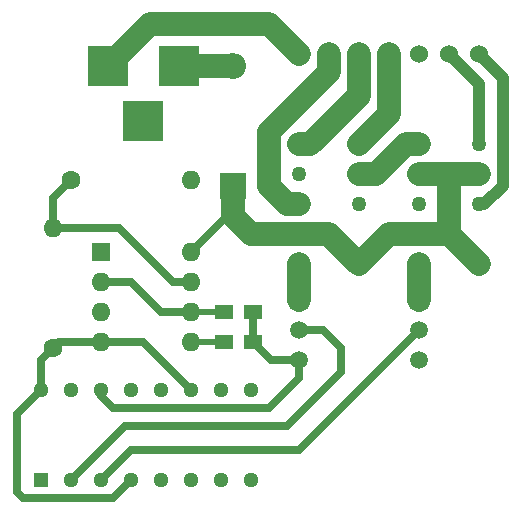
<source format=gtl>
G04 #@! TF.GenerationSoftware,KiCad,Pcbnew,(5.0.0-rc2-dev-720-g9704891c8)*
G04 #@! TF.CreationDate,2018-06-11T17:06:42-04:00*
G04 #@! TF.ProjectId,HeadboardDriver,48656164626F6172644472697665722E,rev?*
G04 #@! TF.SameCoordinates,Original*
G04 #@! TF.FileFunction,Copper,L1,Top,Signal*
G04 #@! TF.FilePolarity,Positive*
%FSLAX46Y46*%
G04 Gerber Fmt 4.6, Leading zero omitted, Abs format (unit mm)*
G04 Created by KiCad (PCBNEW (5.0.0-rc2-dev-720-g9704891c8)) date Mon Jun 11 17:06:42 2018*
%MOMM*%
%LPD*%
G01*
G04 APERTURE LIST*
%ADD10R,1.295400X1.295400*%
%ADD11C,1.295400*%
%ADD12C,1.524000*%
%ADD13R,3.500000X3.500000*%
%ADD14R,1.500000X1.250000*%
%ADD15R,2.200000X2.200000*%
%ADD16O,2.200000X2.200000*%
%ADD17R,1.600000X1.600000*%
%ADD18O,1.600000X1.600000*%
%ADD19C,1.270000*%
%ADD20C,1.600000*%
%ADD21R,1.520000X1.520000*%
%ADD22C,1.520000*%
%ADD23C,2.000000*%
%ADD24C,0.250000*%
%ADD25C,1.000000*%
%ADD26C,0.500000*%
%ADD27C,0.700000*%
G04 APERTURE END LIST*
D10*
X145796000Y-109220000D03*
D11*
X148336000Y-109220000D03*
X150876000Y-109220000D03*
X153416000Y-109220000D03*
X155956000Y-109220000D03*
X158496000Y-109220000D03*
X161036000Y-109220000D03*
X163576000Y-109220000D03*
X163576000Y-101600000D03*
X161036000Y-101600000D03*
X158496000Y-101600000D03*
X155956000Y-101600000D03*
X153416000Y-101600000D03*
X150876000Y-101600000D03*
X148336000Y-101600000D03*
X145796000Y-101600000D03*
D12*
X182880000Y-73152000D03*
X180340000Y-73152000D03*
X177800000Y-73152000D03*
X175260000Y-73152000D03*
X172720000Y-73152000D03*
X170180000Y-73152000D03*
X167640000Y-73152000D03*
D13*
X157480000Y-74168000D03*
X151480000Y-74168000D03*
X154480000Y-78868000D03*
D14*
X163810000Y-94996000D03*
X161310000Y-94996000D03*
X161310000Y-97536000D03*
X163810000Y-97536000D03*
D15*
X162052000Y-84328000D03*
D16*
X162052000Y-74168000D03*
D17*
X150876000Y-89916000D03*
D18*
X158496000Y-97536000D03*
X150876000Y-92456000D03*
X158496000Y-94996000D03*
X150876000Y-94996000D03*
X158496000Y-92456000D03*
X150876000Y-97536000D03*
X158496000Y-89916000D03*
D19*
X167640000Y-90957400D03*
X167640000Y-85877400D03*
X167640000Y-83337400D03*
X167640000Y-80797400D03*
X172720000Y-80797400D03*
X172720000Y-83337400D03*
X172720000Y-85877400D03*
X172720000Y-90957400D03*
X182880000Y-90957400D03*
X182880000Y-85877400D03*
X182880000Y-83337400D03*
X182880000Y-80797400D03*
X177800000Y-80797400D03*
X177800000Y-83337400D03*
X177800000Y-85877400D03*
X177800000Y-90957400D03*
D18*
X158496000Y-83820000D03*
D20*
X148336000Y-83820000D03*
X146812000Y-98044000D03*
D18*
X146812000Y-87884000D03*
D21*
X167640000Y-93980000D03*
D22*
X167640000Y-99060000D03*
X167640000Y-96520000D03*
X177800000Y-96520000D03*
X177800000Y-99060000D03*
D21*
X177800000Y-93980000D03*
D23*
X172720000Y-83337400D02*
X174218600Y-83337400D01*
X176758600Y-80797400D02*
X177800000Y-80797400D01*
X174218600Y-83337400D02*
X176758600Y-80797400D01*
D24*
X172720000Y-83337400D02*
X173202600Y-83337400D01*
D23*
X167640000Y-80797400D02*
X168630600Y-80797400D01*
X172720000Y-76708000D02*
X172720000Y-73152000D01*
X168630600Y-80797400D02*
X172720000Y-76708000D01*
D25*
X167640000Y-80797400D02*
X167640000Y-80772000D01*
D23*
X172720000Y-80797400D02*
X172720000Y-80772000D01*
X172720000Y-80772000D02*
X175260000Y-78232000D01*
X175260000Y-78232000D02*
X175260000Y-73152000D01*
D26*
X172720000Y-85877400D02*
X172720000Y-85852000D01*
D27*
X150876000Y-101600000D02*
X150876000Y-102108000D01*
X150876000Y-102108000D02*
X151892000Y-103124000D01*
X151892000Y-103124000D02*
X165100000Y-103124000D01*
X165100000Y-103124000D02*
X167640000Y-100584000D01*
X167640000Y-100584000D02*
X167640000Y-99060000D01*
X167640000Y-99060000D02*
X165334000Y-99060000D01*
X165334000Y-99060000D02*
X163810000Y-97536000D01*
X163810000Y-94996000D02*
X163810000Y-97536000D01*
D23*
X167640000Y-73152000D02*
X165100000Y-70612000D01*
X155036000Y-70612000D02*
X151480000Y-74168000D01*
X165100000Y-70612000D02*
X155036000Y-70612000D01*
X167640000Y-85877400D02*
X166649400Y-85877400D01*
X170180000Y-74676000D02*
X170180000Y-73152000D01*
X165100000Y-79756000D02*
X170180000Y-74676000D01*
X165100000Y-84328000D02*
X165100000Y-79756000D01*
X166649400Y-85877400D02*
X165100000Y-84328000D01*
D25*
X167640000Y-85877400D02*
X167640000Y-85852000D01*
D27*
X182880000Y-85877400D02*
X183362600Y-85877400D01*
D25*
X183362600Y-85877400D02*
X184912000Y-84328000D01*
X184912000Y-84328000D02*
X184912000Y-75184000D01*
X184912000Y-75184000D02*
X182880000Y-73152000D01*
X182880000Y-85877400D02*
X182880000Y-85852000D01*
X180340000Y-73152000D02*
X182880000Y-75692000D01*
X182880000Y-75692000D02*
X182880000Y-80797400D01*
D27*
X177800000Y-96520000D02*
X169164000Y-105156000D01*
X153416000Y-106680000D02*
X150876000Y-109220000D01*
X167640000Y-106680000D02*
X153416000Y-106680000D01*
X169164000Y-105156000D02*
X167640000Y-106680000D01*
X171196000Y-100076000D02*
X171196000Y-98044000D01*
X171196000Y-100076000D02*
X166624000Y-104648000D01*
X166624000Y-104648000D02*
X152908000Y-104648000D01*
X148336000Y-109220000D02*
X152908000Y-104648000D01*
X169672000Y-96520000D02*
X167640000Y-96520000D01*
X171196000Y-98044000D02*
X169672000Y-96520000D01*
D23*
X177800000Y-90957400D02*
X177800000Y-93980000D01*
X167640000Y-90957400D02*
X167640000Y-93980000D01*
D27*
X150876000Y-97536000D02*
X154432000Y-97536000D01*
X154432000Y-97536000D02*
X158496000Y-101600000D01*
X153416000Y-109220000D02*
X151892000Y-110744000D01*
X143764000Y-103632000D02*
X145796000Y-101600000D01*
X143764000Y-110236000D02*
X143764000Y-103632000D01*
X144272000Y-110744000D02*
X143764000Y-110236000D01*
X151892000Y-110744000D02*
X144272000Y-110744000D01*
X150876000Y-97536000D02*
X147320000Y-97536000D01*
X147320000Y-97536000D02*
X146812000Y-98044000D01*
X145796000Y-101600000D02*
X145796000Y-99060000D01*
X145796000Y-99060000D02*
X146812000Y-98044000D01*
X158496000Y-89916000D02*
X162052000Y-86360000D01*
X162052000Y-86360000D02*
X162052000Y-86868000D01*
D23*
X164592000Y-88392000D02*
X163576000Y-88392000D01*
X163576000Y-88392000D02*
X162052000Y-86868000D01*
X170675300Y-88912700D02*
X170675300Y-88887300D01*
X170180000Y-88392000D02*
X164592000Y-88392000D01*
X170675300Y-88887300D02*
X170180000Y-88392000D01*
X162052000Y-86868000D02*
X162052000Y-84328000D01*
X180340000Y-88392000D02*
X175285400Y-88392000D01*
X175285400Y-88392000D02*
X172720000Y-90957400D01*
X182880000Y-83337400D02*
X180340000Y-83337400D01*
X180340000Y-83337400D02*
X180340000Y-83312000D01*
X182880000Y-90957400D02*
X182880000Y-90932000D01*
X182880000Y-90932000D02*
X180340000Y-88392000D01*
X180340000Y-88392000D02*
X180340000Y-83312000D01*
X180340000Y-83312000D02*
X180314600Y-83337400D01*
X180314600Y-83337400D02*
X177800000Y-83337400D01*
D26*
X158496000Y-89916000D02*
X159004000Y-89916000D01*
X172720000Y-90957400D02*
X172720000Y-90932000D01*
D23*
X170662600Y-88900000D02*
X170675300Y-88912700D01*
X170675300Y-88912700D02*
X172720000Y-90957400D01*
D27*
X158496000Y-92456000D02*
X156972000Y-92456000D01*
X152400000Y-87884000D02*
X146812000Y-87884000D01*
X156972000Y-92456000D02*
X152400000Y-87884000D01*
X146812000Y-87884000D02*
X146812000Y-85344000D01*
X146812000Y-85344000D02*
X148336000Y-83820000D01*
X150876000Y-92456000D02*
X153416000Y-92456000D01*
X155956000Y-94996000D02*
X158496000Y-94996000D01*
X153416000Y-92456000D02*
X155956000Y-94996000D01*
D26*
X158496000Y-94996000D02*
X161310000Y-94996000D01*
X158496000Y-97536000D02*
X161310000Y-97536000D01*
D23*
X157480000Y-74168000D02*
X162052000Y-74168000D01*
M02*

</source>
